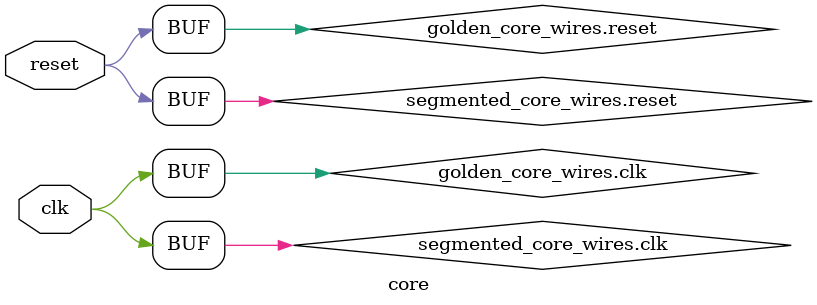
<source format=sv>


module core #(
        parameter program_file  = ""
)(
    input clk,
    input reset
);

    // Instanciate main interfaces for wires
    golden_interface golden_core_wires();
    segmented_interface segmented_core_wires();
	 
	 
	assign segmented_core_wires.clk = clk;
	assign segmented_core_wires.reset = reset;

    assign golden_core_wires.clk = clk;  
    assign golden_core_wires.reset = reset;

    // Designator instances for segmented core
    adder_sum_wiring_designator_segmented             adder_sum_wiring_designator_segmented               (.wires(segmented_core_wires));
    adder_pc_wiring_designator_segmented              adder_pc_wiring_designator_segmented                (.wires(segmented_core_wires));
    pc_wiring_designator_segmented                    pc_wiring_designator_segmented                      (.wires(segmented_core_wires));
    instruction_memory_wiring_designator_segmented    instruction_memory_wiring_designator_segmented      (.wires(segmented_core_wires));
    data_memory_wiring_designator_segmented           data_memory_wiring_designator_segmented             (.wires(segmented_core_wires));
    register_bank_wiring_designator_segmented         register_bank_wiring_designator_segmented           (.wires(segmented_core_wires));
    immediate_generator_wiring_designator_segmented   immediate_generator_wiring_designator_segmented     (.wires(segmented_core_wires));
    alu_encapsulator_wiring_designator_segmented      alu_encapsulator_wiring_designator_segmented        (.wires(segmented_core_wires));
    mux_mem_wiring_designator_segmented               mux_mem_wiring_designator_segmented                 (.wires(segmented_core_wires));
    mux_pc_wiring_designator_segmented                mux_pc_wiring_designator_segmented                  (.wires(segmented_core_wires));
    jump_controller_wiring_designator_segmented       jump_controller_wiring_designator_segmented         (.wires(segmented_core_wires));
    main_controller_wiring_designator_segmented       main_controller_wiring_designator_segmented         (.wires(segmented_core_wires));
    alu_controller_wiring_designator_segmented        alu_controller_wiring_designator_segmented          (.wires(segmented_core_wires));
    reg_if_id_wiring_designator_segmented             reg_if_id_wiring_designator_segmented               (.wires(segmented_core_wires));
    reg_id_ex_wiring_designator_segmented             reg_id_ex_wiring_designator_segmented               (.wires(segmented_core_wires));
    reg_mem_wb_wiring_designator_segmented            reg_mem_wb_wiring_designator_segmented              (.wires(segmented_core_wires));

    //Designator instances for golden core
    adder_sum_wiring_designator             adder_sum_wiring_designator             (.wires(golden_core_wires));
    adder_pc_wiring_designator              adder_pc_wiring_designator              (.wires(golden_core_wires));
    pc_wiring_designator                    pc_wiring_designator                    (.wires(golden_core_wires));
    instruction_memory_wiring_designator    instruction_memory_wiring_designator    (.wires(golden_core_wires));
    data_memory_wiring_designator           data_memory_wiring_designator           (.wires(golden_core_wires));
    register_bank_wiring_designator         register_bank_wiring_designator         (.wires(golden_core_wires));
    immediate_generator_wiring_designator   immediate_generator_wiring_designator   (.wires(golden_core_wires));
    alu_wiring_designator                   alu_wiring_designator                   (.wires(golden_core_wires));
    mux_mem_wiring_designator               mux_mem_wiring_designator               (.wires(golden_core_wires));
    mux_alu1_wiring_designator              mux_alu1_wiring_designator              (.wires(golden_core_wires));
    mux_alu2_wiring_designator              mux_alu2_wiring_designator              (.wires(golden_core_wires));
    mux_pc_wiring_designator                mux_pc_wiring_designator                (.wires(golden_core_wires));
    jump_controller_wiring_designator       jump_controller_wiring_designator       (.wires(golden_core_wires));
    main_controller_wiring_designator       main_controller_wiring_designator       (.wires(golden_core_wires));
    alu_controller_wiring_designator        alu_controller_wiring_designator        (.wires(golden_core_wires));

    // Instanciate the cores
    golden_model_core   #(.program_file(program_file))  golden_core     (.wires(golden_core_wires));
    segmented_core      #(.program_file(program_file))  segmented_core  (.wires(segmented_core_wires));


endmodule
</source>
